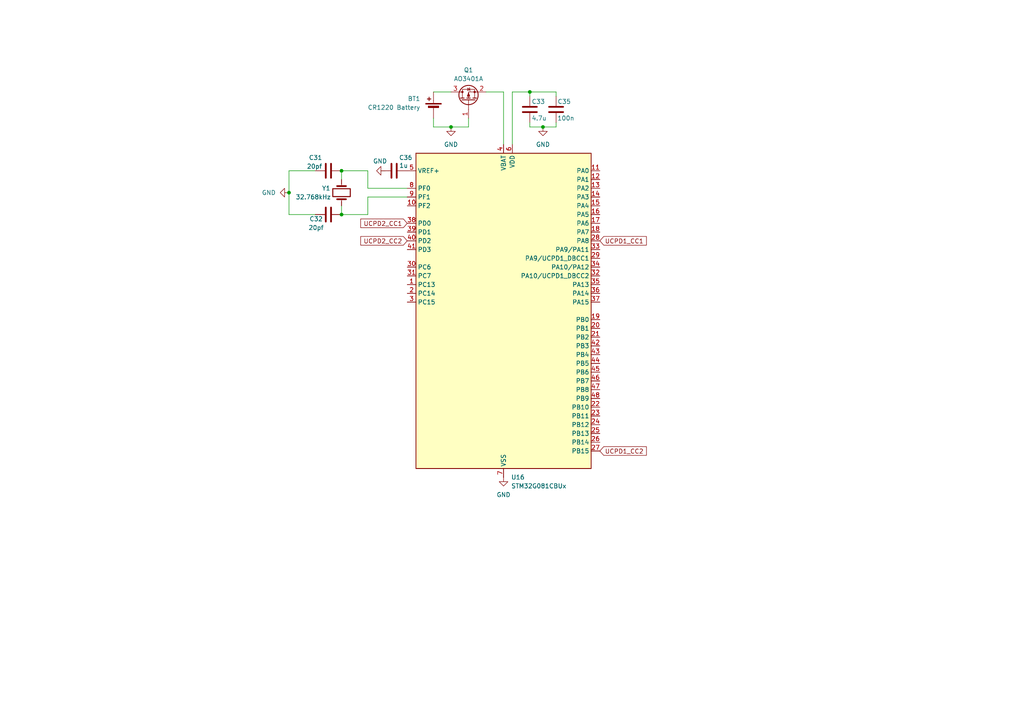
<source format=kicad_sch>
(kicad_sch (version 20231120) (generator "eeschema") (generator_version "8.0")
  (paper "A4")
  (lib_symbols
    (symbol "Device:Battery_Cell" (pin_numbers hide) (pin_names (offset 0) hide)
      (property "Reference" "BT" (at 2.54 2.54 0))
      (property "Value" "Battery_Cell" (at 2.54 0 0))
      (symbol "Battery_Cell_0_1"
        (rectangle (start -2.286 1.778) (end 2.286 1.524) (fill (type outline)))
        (rectangle (start -1.524 1.016) (end 1.524 0.508) (fill (type outline)))
        (polyline (pts (xy 0 0.762) (xy 0 0)))
        (polyline (pts (xy 0 1.778) (xy 0 2.54)))
        (polyline (pts (xy 0.762 3.048) (xy 1.778 3.048)) (stroke (width 0.254)))
        (polyline (pts (xy 1.27 3.556) (xy 1.27 2.54)) (stroke (width 0.254)))
      )
      (symbol "Battery_Cell_1_1"
        (pin passive line (at 0 5.08 270) (length 2.54) (name "+") (number "1"))
        (pin passive line (at 0 -2.54 90) (length 2.54) (name "-") (number "2"))
      )
    )
    (symbol "Device:C" (pin_numbers hide) (pin_names (offset 0.254))
      (property "Reference" "C" (at 0.635 2.54 0))
      (property "Value" "C" (at 0.635 -2.54 0))
      (symbol "C_0_1"
        (polyline (pts (xy -2.032 -0.762) (xy 2.032 -0.762)) (stroke (width 0.508)))
        (polyline (pts (xy -2.032 0.762) (xy 2.032 0.762)) (stroke (width 0.508)))
      )
      (symbol "C_1_1"
        (pin passive line (at 0 3.81 270) (length 2.794) (name "~") (number "1"))
        (pin passive line (at 0 -3.81 90) (length 2.794) (name "~") (number "2"))
      )
    )
    (symbol "Device:Crystal" (pin_numbers hide) (pin_names (offset 1.016) hide)
      (property "Reference" "Y" (at 0 3.81 0))
      (property "Value" "Crystal" (at 0 -3.81 0))
      (symbol "Crystal_0_1"
        (rectangle (start -1.143 2.54) (end 1.143 -2.54) (stroke (width 0.3048)))
        (polyline (pts (xy -2.54 0) (xy -1.905 0)))
        (polyline (pts (xy -1.905 -1.27) (xy -1.905 1.27)) (stroke (width 0.508)))
        (polyline (pts (xy 1.905 -1.27) (xy 1.905 1.27)) (stroke (width 0.508)))
        (polyline (pts (xy 2.54 0) (xy 1.905 0)))
      )
      (symbol "Crystal_1_1"
        (pin passive line (at -3.81 0 0) (length 1.27) (name "1") (number "1"))
        (pin passive line (at 3.81 0 180) (length 1.27) (name "2") (number "2"))
      )
    )
    (symbol "Device:Q_PMOS_GSD" (pin_names (offset 0) hide)
      (property "Reference" "Q" (at 5.08 1.27 0))
      (property "Value" "Q_PMOS_GSD" (at 5.08 -1.27 0))
      (symbol "Q_PMOS_GSD_0_1"
        (polyline (pts (xy 0.254 0) (xy -2.54 0)))
        (polyline (pts (xy 0.254 1.905) (xy 0.254 -1.905)) (stroke (width 0.254)))
        (polyline (pts (xy 0.762 -1.27) (xy 0.762 -2.286)) (stroke (width 0.254)))
        (polyline (pts (xy 0.762 0.508) (xy 0.762 -0.508)) (stroke (width 0.254)))
        (polyline (pts (xy 0.762 2.286) (xy 0.762 1.27)) (stroke (width 0.254)))
        (polyline (pts (xy 2.54 2.54) (xy 2.54 1.778)))
        (polyline (pts (xy 2.54 -2.54) (xy 2.54 0) (xy 0.762 0)))
        (polyline (pts (xy 0.762 1.778) (xy 3.302 1.778) (xy 3.302 -1.778) (xy 0.762 -1.778)))
        (polyline (pts (xy 2.286 0) (xy 1.27 0.381) (xy 1.27 -0.381) (xy 2.286 0)) (fill (type outline)))
        (polyline (pts (xy 2.794 -0.508) (xy 2.921 -0.381) (xy 3.683 -0.381) (xy 3.81 -0.254)))
        (polyline (pts (xy 3.302 -0.381) (xy 2.921 0.254) (xy 3.683 0.254) (xy 3.302 -0.381)))
        (circle (center 1.651 0) (radius 2.794) (stroke (width 0.254)))
        (circle (center 2.54 -1.778) (radius 0.254) (fill (type outline)))
        (circle (center 2.54 1.778) (radius 0.254) (fill (type outline)))
      )
      (symbol "Q_PMOS_GSD_1_1"
        (pin input line (at -5.08 0 0) (length 2.54) (name "G") (number "1"))
        (pin passive line (at 2.54 -5.08 90) (length 2.54) (name "S") (number "2"))
        (pin passive line (at 2.54 5.08 270) (length 2.54) (name "D") (number "3"))
      )
    )
    (symbol "MCU_ST_STM32G0:STM32G081CBUx"
      (property "Reference" "U" (at -25.4 46.99 0))
      (property "Value" "STM32G081CBUx" (at 5.08 46.99 0))
      (symbol "STM32G081CBUx_0_1"
        (rectangle (start -25.4 -45.72) (end 25.4 45.72) (stroke (width 0.254)) (fill (type background)))
      )
      (symbol "STM32G081CBUx_1_1"
        (pin bidirectional line (at -27.94 7.62 0) (length 2.54) (name "PC13") (number "1"))
        (pin bidirectional line (at -27.94 30.48 0) (length 2.54) (name "PF2") (number "10"))
        (pin bidirectional line (at 27.94 40.64 180) (length 2.54) (name "PA0") (number "11"))
        (pin bidirectional line (at 27.94 38.1 180) (length 2.54) (name "PA1") (number "12"))
        (pin bidirectional line (at 27.94 35.56 180) (length 2.54) (name "PA2") (number "13"))
        (pin bidirectional line (at 27.94 33.02 180) (length 2.54) (name "PA3") (number "14"))
        (pin bidirectional line (at 27.94 30.48 180) (length 2.54) (name "PA4") (number "15"))
        (pin bidirectional line (at 27.94 27.94 180) (length 2.54) (name "PA5") (number "16"))
        (pin bidirectional line (at 27.94 25.4 180) (length 2.54) (name "PA6") (number "17"))
        (pin bidirectional line (at 27.94 22.86 180) (length 2.54) (name "PA7") (number "18"))
        (pin bidirectional line (at 27.94 -2.54 180) (length 2.54) (name "PB0") (number "19"))
        (pin bidirectional line (at -27.94 5.08 0) (length 2.54) (name "PC14") (number "2"))
        (pin bidirectional line (at 27.94 -5.08 180) (length 2.54) (name "PB1") (number "20"))
        (pin bidirectional line (at 27.94 -7.62 180) (length 2.54) (name "PB2") (number "21"))
        (pin bidirectional line (at 27.94 -27.94 180) (length 2.54) (name "PB10") (number "22"))
        (pin bidirectional line (at 27.94 -30.48 180) (length 2.54) (name "PB11") (number "23"))
        (pin bidirectional line (at 27.94 -33.02 180) (length 2.54) (name "PB12") (number "24"))
        (pin bidirectional line (at 27.94 -35.56 180) (length 2.54) (name "PB13") (number "25"))
        (pin bidirectional line (at 27.94 -38.1 180) (length 2.54) (name "PB14") (number "26"))
        (pin bidirectional line (at 27.94 -40.64 180) (length 2.54) (name "PB15") (number "27"))
        (pin bidirectional line (at 27.94 20.32 180) (length 2.54) (name "PA8") (number "28"))
        (pin bidirectional line (at 27.94 15.24 180) (length 2.54) (name "PA9/UCPD1_DBCC1") (number "29"))
        (pin bidirectional line (at -27.94 2.54 0) (length 2.54) (name "PC15") (number "3"))
        (pin bidirectional line (at -27.94 12.7 0) (length 2.54) (name "PC6") (number "30"))
        (pin bidirectional line (at -27.94 10.16 0) (length 2.54) (name "PC7") (number "31"))
        (pin bidirectional line (at 27.94 10.16 180) (length 2.54) (name "PA10/UCPD1_DBCC2") (number "32"))
        (pin bidirectional line (at 27.94 17.78 180) (length 2.54) (name "PA9/PA11") (number "33"))
        (pin bidirectional line (at 27.94 12.7 180) (length 2.54) (name "PA10/PA12") (number "34"))
        (pin bidirectional line (at 27.94 7.62 180) (length 2.54) (name "PA13") (number "35"))
        (pin bidirectional line (at 27.94 5.08 180) (length 2.54) (name "PA14") (number "36"))
        (pin bidirectional line (at 27.94 2.54 180) (length 2.54) (name "PA15") (number "37"))
        (pin bidirectional line (at -27.94 25.4 0) (length 2.54) (name "PD0") (number "38"))
        (pin bidirectional line (at -27.94 22.86 0) (length 2.54) (name "PD1") (number "39"))
        (pin power_in line (at 0 48.26 270) (length 2.54) (name "VBAT") (number "4"))
        (pin bidirectional line (at -27.94 20.32 0) (length 2.54) (name "PD2") (number "40"))
        (pin bidirectional line (at -27.94 17.78 0) (length 2.54) (name "PD3") (number "41"))
        (pin bidirectional line (at 27.94 -10.16 180) (length 2.54) (name "PB3") (number "42"))
        (pin bidirectional line (at 27.94 -12.7 180) (length 2.54) (name "PB4") (number "43"))
        (pin bidirectional line (at 27.94 -15.24 180) (length 2.54) (name "PB5") (number "44"))
        (pin bidirectional line (at 27.94 -17.78 180) (length 2.54) (name "PB6") (number "45"))
        (pin bidirectional line (at 27.94 -20.32 180) (length 2.54) (name "PB7") (number "46"))
        (pin bidirectional line (at 27.94 -22.86 180) (length 2.54) (name "PB8") (number "47"))
        (pin bidirectional line (at 27.94 -25.4 180) (length 2.54) (name "PB9") (number "48"))
        (pin passive line (at 0 -48.26 90) (length 2.54) hide (name "VSS") (number "49"))
        (pin input line (at -27.94 40.64 0) (length 2.54) (name "VREF+") (number "5"))
        (pin power_in line (at 2.54 48.26 270) (length 2.54) (name "VDD") (number "6"))
        (pin power_in line (at 0 -48.26 90) (length 2.54) (name "VSS") (number "7"))
        (pin bidirectional line (at -27.94 35.56 0) (length 2.54) (name "PF0") (number "8"))
        (pin bidirectional line (at -27.94 33.02 0) (length 2.54) (name "PF1") (number "9"))
      )
    )
    (symbol "power:GND" (power) (pin_numbers hide) (pin_names (offset 0) hide)
      (property "Value" "GND" (at 0 -3.81 0))
      (symbol "GND_0_1"
        (polyline (pts (xy 0 0) (xy 0 -1.27) (xy 1.27 -1.27) (xy 0 -2.54) (xy -1.27 -1.27) (xy 0 -1.27)))
      )
      (symbol "GND_1_1"
        (pin power_in line (at 0 0 270) (length 0) (name "~") (number "1"))
      )
    )
  )
  (junction (at 153.67 26.67))
  (junction (at 99.06 49.53))
  (junction (at 99.06 62.23))
  (junction (at 157.48 36.83))
  (junction (at 130.81 36.83))
  (junction (at 83.82 55.88))
  (wire (pts (xy 118.11 54.61) (xy 106.68 54.61)))
  (wire (pts (xy 153.67 36.83) (xy 157.48 36.83)))
  (wire (pts (xy 111.76 49.53) (xy 110.49 49.53)))
  (wire (pts (xy 83.82 55.88) (xy 83.82 62.23)))
  (wire (pts (xy 99.06 49.53) (xy 99.06 52.07)))
  (wire (pts (xy 83.82 62.23) (xy 91.44 62.23)))
  (wire (pts (xy 135.89 36.83) (xy 130.81 36.83)))
  (wire (pts (xy 106.68 54.61) (xy 106.68 49.53)))
  (wire (pts (xy 153.67 26.67) (xy 161.29 26.67)))
  (wire (pts (xy 99.06 62.23) (xy 99.06 59.69)))
  (wire (pts (xy 161.29 26.67) (xy 161.29 27.94)))
  (wire (pts (xy 125.73 26.67) (xy 130.81 26.67)))
  (wire (pts (xy 148.59 41.91) (xy 148.59 26.67)))
  (wire (pts (xy 91.44 49.53) (xy 83.82 49.53)))
  (wire (pts (xy 106.68 49.53) (xy 99.06 49.53)))
  (wire (pts (xy 140.97 26.67) (xy 146.05 26.67)))
  (wire (pts (xy 130.81 36.83) (xy 125.73 36.83)))
  (wire (pts (xy 153.67 35.56) (xy 153.67 36.83)))
  (wire (pts (xy 83.82 49.53) (xy 83.82 55.88)))
  (wire (pts (xy 161.29 36.83) (xy 161.29 35.56)))
  (wire (pts (xy 135.89 34.29) (xy 135.89 36.83)))
  (wire (pts (xy 153.67 26.67) (xy 153.67 27.94)))
  (wire (pts (xy 106.68 57.15) (xy 106.68 62.23)))
  (wire (pts (xy 106.68 62.23) (xy 99.06 62.23)))
  (wire (pts (xy 146.05 26.67) (xy 146.05 41.91)))
  (wire (pts (xy 118.11 57.15) (xy 106.68 57.15)))
  (wire (pts (xy 148.59 26.67) (xy 153.67 26.67)))
  (wire (pts (xy 125.73 36.83) (xy 125.73 34.29)))
  (wire (pts (xy 157.48 36.83) (xy 161.29 36.83)))
  (global_label "UCPD2_CC2" (shape input) (at 118.11 69.85 180) (property "Intersheetrefs" "${INTERSHEET_REFS}" (effects (hide yes))))
  (global_label "UCPD2_CC1" (shape input) (at 118.11 64.77 180) (property "Intersheetrefs" "${INTERSHEET_REFS}" (effects (hide yes))))
  (global_label "UCPD1_CC2" (shape input) (at 173.99 130.81 0) (property "Intersheetrefs" "${INTERSHEET_REFS}" (effects (hide yes))))
  (global_label "UCPD1_CC1" (shape input) (at 173.99 69.85 0) (property "Intersheetrefs" "${INTERSHEET_REFS}" (effects (hide yes))))
  (symbol (lib_id "Device:C") (at 95.25 62.23 90) (unit 1)
    (property "Reference" "C32" (at 91.694 63.5 90))
    (property "Value" "20pf" (at 91.694 66.04 90))
    (property "Footprint" "Capacitor_SMD:C_0402_1005Metric" (effects (hide yes)))
    (property "Description" "Unpolarized capacitor" (effects (hide yes)))
  )
  (symbol (lib_id "MCU_ST_STM32G0:STM32G081CBUx") (at 146.05 90.17 0) (unit 1)
    (property "Reference" "U16" (at 148.2441 138.43 0) (effects (justify left)))
    (property "Value" "STM32G081CBUx" (at 148.2441 140.97 0) (effects (justify left)))
    (property "Footprint" "Package_DFN_QFN:QFN-48-1EP_7x7mm_P0.5mm_EP5.6x5.6mm" (effects (hide yes)))
    (property "Datasheet" "https://www.st.com/resource/en/datasheet/stm32g081cb.pdf" (effects (hide yes)))
    (property "Description" "STMicroelectronics Arm Cortex-M0+ MCU, 128KB flash, 36KB RAM, 64 MHz, 1.7-3.6V, 44 GPIO, UFQFPN48" (effects (hide yes)))
  )
  (symbol (lib_id "Device:Crystal") (at 99.06 55.88 90) (unit 1)
    (property "Reference" "Y1" (at 93.345 54.61 90) (effects (justify right)))
    (property "Value" "32.768kHz" (at 85.725 57.15 90) (effects (justify right)))
    (property "Footprint" "Crystal:Crystal_SMD_3215-2Pin_3.2x1.5mm" (effects (hide yes)))
    (property "Manufacturer" "Seiko Epson" (effects (hide yes)))
    (property "MPN" "Q13FC13500004" (effects (hide yes)))
    (property "LCSC" "C32346" (effects (hide yes)))
  )
  (symbol (lib_id "power:GND") (at 146.05 138.43 0) (unit 1)
    (property "Reference" "#PWR076" (effects (hide yes)))
    (property "Value" "GND" (at 146.05 143.51 0))
    (property "Description" "Power symbol creates a global label with name \"GND\" , ground" (effects (hide yes)))
  )
  (symbol (lib_id "Device:Battery_Cell") (at 125.73 31.75 0) (mirror y) (unit 1)
    (property "Reference" "BT1" (at 121.92 28.6384 0) (effects (justify left)))
    (property "Value" "CR1220 Battery" (at 121.92 31.1784 0) (effects (justify left)))
    (property "Footprint" "PiCard:BAT-SMD_MY-1220-03" (effects (hide yes)))
    (property "Description" "Single-cell battery" (effects (hide yes)))
  )
  (symbol (lib_id "Device:Q_PMOS_GSD") (at 135.89 29.21 90) (unit 1)
    (property "Reference" "Q1" (at 135.89 20.32 90))
    (property "Value" "AO3401A" (at 135.89 22.86 90))
    (property "Footprint" "Package_TO_SOT_SMD:SOT-23" (effects (hide yes)))
    (property "Description" "P-MOSFET transistor, gate/source/drain" (effects (hide yes)))
  )
  (symbol (lib_id "power:GND") (at 111.76 49.53 270) (unit 1)
    (property "Reference" "#PWR075" (effects (hide yes)))
    (property "Value" "GND" (at 112.268 46.736 90) (effects (justify right)))
    (property "Description" "Power symbol creates a global label with name \"GND\" , ground" (effects (hide yes)))
  )
  (symbol (lib_id "Device:C") (at 161.29 31.75 180) (unit 1)
    (property "Reference" "C35" (at 165.608 29.464 0) (effects (justify left)))
    (property "Value" "100n" (at 166.624 34.29 0) (effects (justify left)))
    (property "Footprint" "Capacitor_SMD:C_0402_1005Metric" (effects (hide yes)))
    (property "LCSC" "C307331" (effects (hide yes)))
    (property "MPN" "CL05B104KB54PNC" (effects (hide yes)))
    (property "Manufacturer" "Samsung" (effects (hide yes)))
  )
  (symbol (lib_id "power:GND") (at 130.81 36.83 0) (unit 1)
    (property "Reference" "#PWR073" (effects (hide yes)))
    (property "Value" "GND" (at 130.81 41.91 0))
    (property "Description" "Power symbol creates a global label with name \"GND\" , ground" (effects (hide yes)))
  )
  (symbol (lib_id "power:GND") (at 157.48 36.83 0) (unit 1)
    (property "Reference" "#PWR074" (effects (hide yes)))
    (property "Value" "GND" (at 157.48 41.91 0))
    (property "Description" "Power symbol creates a global label with name \"GND\" , ground" (effects (hide yes)))
  )
  (symbol (lib_id "Device:C") (at 153.67 31.75 0) (unit 1)
    (property "Reference" "C33" (at 154.178 29.464 0) (effects (justify left)))
    (property "Value" "4.7u" (at 154.178 34.29 0) (effects (justify left)))
    (property "Footprint" "Capacitor_SMD:C_0603_1608Metric" (effects (hide yes)))
    (property "Description" "Unpolarized capacitor" (effects (hide yes)))
  )
  (symbol (lib_id "power:GND") (at 83.82 55.88 270) (unit 1)
    (property "Reference" "#PWR072" (effects (hide yes)))
    (property "Value" "GND" (at 80.01 55.8799 90) (effects (justify right)))
    (property "Description" "Power symbol creates a global label with name \"GND\" , ground" (effects (hide yes)))
  )
  (symbol (lib_id "Device:C") (at 95.25 49.53 90) (unit 1)
    (property "Reference" "C31" (at 93.472 45.72 90) (effects (justify left)))
    (property "Value" "20pf" (at 93.472 48.26 90) (effects (justify left)))
    (property "Footprint" "Capacitor_SMD:C_0402_1005Metric" (effects (hide yes)))
    (property "Description" "Unpolarized capacitor" (effects (hide yes)))
  )
  (symbol (lib_id "Device:C") (at 114.3 49.53 90) (unit 1)
    (property "Reference" "C36" (at 119.634 45.72 90) (effects (justify left)))
    (property "Value" "1u" (at 118.364 48.006 90) (effects (justify left)))
    (property "Footprint" "Capacitor_SMD:C_0603_1608Metric" (effects (hide yes)))
    (property "Description" "Unpolarized capacitor" (effects (hide yes)))
  )
)
</source>
